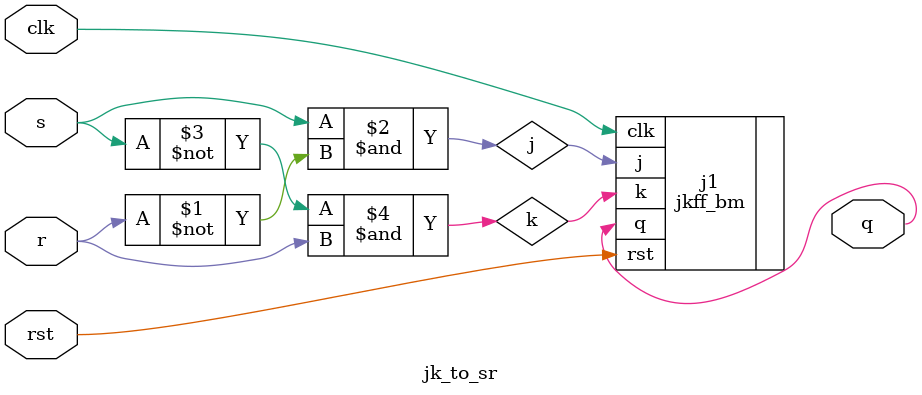
<source format=v>
module jk_to_sr(output q,input clk,rst,s,r);
	wire j,k;
	and a1 (j,s,~r);
	and a2 (k,~s,r);
	jkff_bm j1 (.clk(clk),.rst(rst),.j(j),.k(k),.q(q));
endmodule 
</source>
